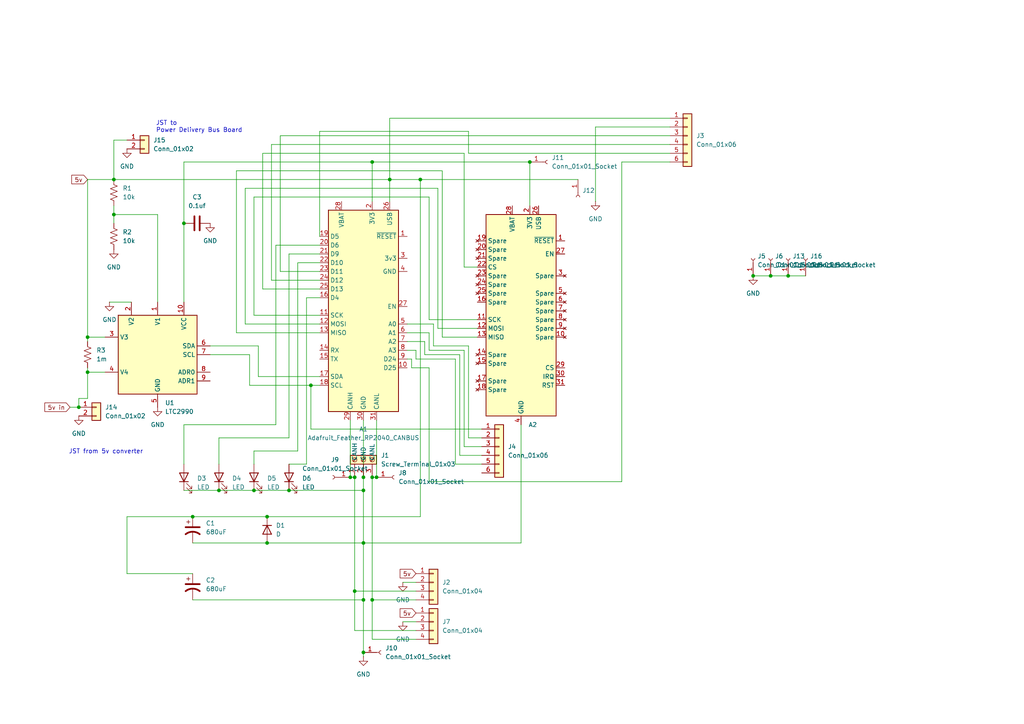
<source format=kicad_sch>
(kicad_sch (version 20250114) (generator "eeschema") (generator_version "9.0")
  (paper "A4")
  (title_block (title "PaC Board") (date "2025-03-28") (rev "v1.0") (company "Norco College Rocketry"))
  (lib_symbols
    (symbol "Adafruit Custom:Adafruit_Feather_RP2040_CANBUS"
      (property "Reference" "A" (at -10.16 29.21 0))
      (property "Value" "Adafruit_Feather_RP2040_CANBUS" (at 10.922 -32.258 0))
      (symbol "Adafruit_Feather_RP2040_CANBUS_0_1"
        (rectangle (start -10.16 27.94) (end 10.16 -30.48) (stroke (width 0.254)) (fill (type background)))
      )
      (symbol "Adafruit_Feather_RP2040_CANBUS_1_1"
        (pin bidirectional line (at -12.7 20.32 0) (length 2.54) (name "D5") (number "19"))
        (pin bidirectional line (at -12.7 17.78 0) (length 2.54) (name "D6") (number "20"))
        (pin bidirectional line (at -12.7 15.24 0) (length 2.54) (name "D9") (number "21"))
        (pin bidirectional line (at -12.7 12.7 0) (length 2.54) (name "D10") (number "22"))
        (pin bidirectional line (at -12.7 10.16 0) (length 2.54) (name "D11") (number "23"))
        (pin bidirectional line (at -12.7 7.62 0) (length 2.54) (name "D12") (number "24"))
        (pin bidirectional line (at -12.7 5.08 0) (length 2.54) (name "D13") (number "25"))
        (pin bidirectional line (at -12.7 2.54 0) (length 2.54) (name "D4") (number "16"))
        (pin bidirectional line (at -12.7 -2.54 0) (length 2.54) (name "SCK") (number "11"))
        (pin bidirectional line (at -12.7 -5.08 0) (length 2.54) (name "MOSI") (number "12"))
        (pin bidirectional line (at -12.7 -7.62 0) (length 2.54) (name "MISO") (number "13"))
        (pin bidirectional line (at -12.7 -12.7 0) (length 2.54) (name "RX") (number "14"))
        (pin bidirectional line (at -12.7 -15.24 0) (length 2.54) (name "TX") (number "15"))
        (pin bidirectional line (at -12.7 -20.32 0) (length 2.54) (name "SDA") (number "17"))
        (pin bidirectional line (at -12.7 -22.86 0) (length 2.54) (name "SCL") (number "18"))
        (pin power_in line (at -6.35 30.48 270) (length 2.54) (name "VBAT") (number "28"))
        (pin bidirectional line (at -3.81 -33.02 90) (length 2.54) (name "CANH") (number "29"))
        (pin power_in line (at 0 -33.02 90) (length 2.54) (name "GND") (number "30"))
        (pin power_in line (at 2.54 30.48 270) (length 2.54) (name "3V3") (number "2"))
        (pin bidirectional line (at 3.81 -33.02 90) (length 2.54) (name "CANL") (number "31"))
        (pin power_in line (at 7.62 30.48 270) (length 2.54) (name "USB") (number "26"))
        (pin input line (at 12.7 20.32 180) (length 2.54) (name "~{RESET}") (number "1"))
        (pin power_in line (at 12.7 13.97 180) (length 2.54) (name "3v3") (number "3"))
        (pin power_in line (at 12.7 10.16 180) (length 2.54) (name "GND") (number "4"))
        (pin input line (at 12.7 0 180) (length 2.54) (name "EN") (number "27"))
        (pin bidirectional line (at 12.7 -5.08 180) (length 2.54) (name "A0") (number "5"))
        (pin bidirectional line (at 12.7 -7.62 180) (length 2.54) (name "A1") (number "6"))
        (pin bidirectional line (at 12.7 -10.16 180) (length 2.54) (name "A2") (number "7"))
        (pin bidirectional line (at 12.7 -12.7 180) (length 2.54) (name "A3") (number "8"))
        (pin bidirectional line (at 12.7 -15.24 180) (length 2.54) (name "D24") (number "9"))
        (pin bidirectional line (at 12.7 -17.78 180) (length 2.54) (name "D25") (number "10"))
      )
    )
    (symbol "Adafruit Custom:Adafruit_Featherwing_Ethernet"
      (property "Reference" "A" (at -10.16 29.21 0))
      (property "Value" "Adafruit_Featherwing_Ethernet" (at 2.54 -31.75 0))
      (symbol "Adafruit_Featherwing_Ethernet_0_1"
        (rectangle (start -10.16 27.94) (end 10.16 -30.48) (stroke (width 0.254)) (fill (type background)))
      )
      (symbol "Adafruit_Featherwing_Ethernet_1_1"
        (pin no_connect line (at -12.7 20.32 0) (length 2.54) (name "Spare") (number "19"))
        (pin no_connect line (at -12.7 17.78 0) (length 2.54) (name "Spare") (number "20"))
        (pin no_connect line (at -12.7 15.24 0) (length 2.54) (name "Spare") (number "21"))
        (pin bidirectional line (at -12.7 12.7 0) (length 2.54) (name "CS") (number "22"))
        (pin no_connect line (at -12.7 10.16 0) (length 2.54) (name "Spare") (number "23"))
        (pin no_connect line (at -12.7 7.62 0) (length 2.54) (name "Spare") (number "24"))
        (pin no_connect line (at -12.7 5.08 0) (length 2.54) (name "Spare") (number "25"))
        (pin bidirectional line (at -12.7 2.54 0) (length 2.54) (name "Spare") (number "16"))
        (pin bidirectional line (at -12.7 -2.54 0) (length 2.54) (name "SCK") (number "11"))
        (pin bidirectional line (at -12.7 -5.08 0) (length 2.54) (name "MOSI") (number "12"))
        (pin bidirectional line (at -12.7 -7.62 0) (length 2.54) (name "MISO") (number "13"))
        (pin no_connect line (at -12.7 -12.7 0) (length 2.54) (name "Spare") (number "14"))
        (pin no_connect line (at -12.7 -15.24 0) (length 2.54) (name "Spare") (number "15"))
        (pin no_connect line (at -12.7 -20.32 0) (length 2.54) (name "Spare") (number "17"))
        (pin no_connect line (at -12.7 -22.86 0) (length 2.54) (name "Spare") (number "18"))
        (pin power_in line (at -2.54 30.48 270) (length 2.54) (name "VBAT") (number "28"))
        (pin power_in line (at 0 -33.02 90) (length 2.54) (name "GND") (number "4"))
        (pin power_in line (at 2.54 30.48 270) (length 2.54) (name "3V3") (number "2"))
        (pin power_in line (at 5.08 30.48 270) (length 2.54) (name "USB") (number "26"))
        (pin input line (at 12.7 20.32 180) (length 2.54) (name "~{RESET}") (number "1"))
        (pin input line (at 12.7 16.51 180) (length 2.54) (name "EN") (number "27"))
        (pin no_connect line (at 12.7 10.16 180) (length 2.54) (name "Spare") (number "3"))
        (pin no_connect line (at 12.7 5.08 180) (length 2.54) (name "Spare") (number "5"))
        (pin no_connect line (at 12.7 2.54 180) (length 2.54) (name "Spare") (number "6"))
        (pin no_connect line (at 12.7 0 180) (length 2.54) (name "Spare") (number "7"))
        (pin no_connect line (at 12.7 -2.54 180) (length 2.54) (name "Spare") (number "8"))
        (pin no_connect line (at 12.7 -5.08 180) (length 2.54) (name "Spare") (number "9"))
        (pin no_connect line (at 12.7 -7.62 180) (length 2.54) (name "Spare") (number "10"))
        (pin bidirectional line (at 12.7 -16.51 180) (length 2.54) (name "CS") (number "29"))
        (pin bidirectional line (at 12.7 -19.05 180) (length 2.54) (name "IRQ") (number "30"))
        (pin bidirectional line (at 12.7 -21.59 180) (length 2.54) (name "RST") (number "31"))
      )
    )
    (symbol "Connector:Conn_01x01_Socket" (pin_names (offset 1.016) (hide yes))
      (property "Reference" "J" (at 0 2.54 0))
      (property "Value" "Conn_01x01_Socket" (at 0 -2.54 0))
      (symbol "Conn_01x01_Socket_1_1"
        (polyline (pts (xy -1.27 0) (xy -0.508 0)) (stroke (width 0.1524)))
        (arc (start 0 -0.508) (mid -0.5058 0) (end 0 0.508) (stroke (width 0.1524)))
        (pin passive line (at -5.08 0 0) (length 3.81) (name "Pin_1") (number "1"))
      )
    )
    (symbol "Connector:Screw_Terminal_01x03" (pin_names (offset 1.016))
      (property "Reference" "J1" (at 1.2701 -5.08 90))
      (property "Value" "Screw_Terminal_01x03" (at -1.2699 -5.08 90))
      (symbol "Screw_Terminal_01x03_1_1"
        (rectangle (start -1.27 3.81) (end 1.27 -3.81) (stroke (width 0.254)) (fill (type background)))
        (polyline (pts (xy -0.5334 2.8702) (xy 0.3302 2.032)) (stroke (width 0.1524)))
        (polyline (pts (xy -0.5334 0.3302) (xy 0.3302 -0.508)) (stroke (width 0.1524)))
        (polyline (pts (xy -0.5334 -2.2098) (xy 0.3302 -3.048)) (stroke (width 0.1524)))
        (polyline (pts (xy -0.3556 3.048) (xy 0.508 2.2098)) (stroke (width 0.1524)))
        (polyline (pts (xy -0.3556 0.508) (xy 0.508 -0.3302)) (stroke (width 0.1524)))
        (polyline (pts (xy -0.3556 -2.032) (xy 0.508 -2.8702)) (stroke (width 0.1524)))
        (circle (center 0 2.54) (radius 0.635) (stroke (width 0.1524)))
        (circle (center 0 0) (radius 0.635) (stroke (width 0.1524)))
        (circle (center 0 -2.54) (radius 0.635) (stroke (width 0.1524)))
        (pin passive line (at -5.08 2.54 0) (length 3.81) (name "CANH") (number "1"))
        (pin passive line (at -5.08 0 0) (length 3.81) (name "GND") (number "2"))
        (pin passive line (at -5.08 -2.54 0) (length 3.81) (name "CANL") (number "3"))
      )
    )
    (symbol "Connector_Generic:Conn_01x02" (pin_names (offset 1.016) (hide yes))
      (property "Reference" "J" (at 0 2.54 0))
      (property "Value" "Conn_01x02" (at 0 -5.08 0))
      (symbol "Conn_01x02_1_1"
        (rectangle (start -1.27 1.27) (end 1.27 -3.81) (stroke (width 0.254)) (fill (type background)))
        (rectangle (start -1.27 0.127) (end 0 -0.127) (stroke (width 0.1524)))
        (rectangle (start -1.27 -2.413) (end 0 -2.667) (stroke (width 0.1524)))
        (pin passive line (at -5.08 0 0) (length 3.81) (name "Pin_1") (number "1"))
        (pin passive line (at -5.08 -2.54 0) (length 3.81) (name "Pin_2") (number "2"))
      )
    )
    (symbol "Connector_Generic:Conn_01x04" (pin_names (offset 1.016) (hide yes))
      (property "Reference" "J" (at 0 5.08 0))
      (property "Value" "Conn_01x04" (at 0 -7.62 0))
      (symbol "Conn_01x04_1_1"
        (rectangle (start -1.27 3.81) (end 1.27 -6.35) (stroke (width 0.254)) (fill (type background)))
        (rectangle (start -1.27 2.667) (end 0 2.413) (stroke (width 0.1524)))
        (rectangle (start -1.27 0.127) (end 0 -0.127) (stroke (width 0.1524)))
        (rectangle (start -1.27 -2.413) (end 0 -2.667) (stroke (width 0.1524)))
        (rectangle (start -1.27 -4.953) (end 0 -5.207) (stroke (width 0.1524)))
        (pin passive line (at -5.08 2.54 0) (length 3.81) (name "Pin_1") (number "1"))
        (pin passive line (at -5.08 0 0) (length 3.81) (name "Pin_2") (number "2"))
        (pin passive line (at -5.08 -2.54 0) (length 3.81) (name "Pin_3") (number "3"))
        (pin passive line (at -5.08 -5.08 0) (length 3.81) (name "Pin_4") (number "4"))
      )
    )
    (symbol "Connector_Generic:Conn_01x06" (pin_names (offset 1.016) (hide yes))
      (property "Reference" "J" (at 0 7.62 0))
      (property "Value" "Conn_01x06" (at 0 -10.16 0))
      (symbol "Conn_01x06_1_1"
        (rectangle (start -1.27 6.35) (end 1.27 -8.89) (stroke (width 0.254)) (fill (type background)))
        (rectangle (start -1.27 5.207) (end 0 4.953) (stroke (width 0.1524)))
        (rectangle (start -1.27 2.667) (end 0 2.413) (stroke (width 0.1524)))
        (rectangle (start -1.27 0.127) (end 0 -0.127) (stroke (width 0.1524)))
        (rectangle (start -1.27 -2.413) (end 0 -2.667) (stroke (width 0.1524)))
        (rectangle (start -1.27 -4.953) (end 0 -5.207) (stroke (width 0.1524)))
        (rectangle (start -1.27 -7.493) (end 0 -7.747) (stroke (width 0.1524)))
        (pin passive line (at -5.08 5.08 0) (length 3.81) (name "Pin_1") (number "1"))
        (pin passive line (at -5.08 2.54 0) (length 3.81) (name "Pin_2") (number "2"))
        (pin passive line (at -5.08 0 0) (length 3.81) (name "Pin_3") (number "3"))
        (pin passive line (at -5.08 -2.54 0) (length 3.81) (name "Pin_4") (number "4"))
        (pin passive line (at -5.08 -5.08 0) (length 3.81) (name "Pin_5") (number "5"))
        (pin passive line (at -5.08 -7.62 0) (length 3.81) (name "Pin_6") (number "6"))
      )
    )
    (symbol "Device:C" (pin_numbers (hide yes)) (pin_names (offset 0.254))
      (property "Reference" "C" (at 0.635 2.54 0))
      (property "Value" "C" (at 0.635 -2.54 0))
      (symbol "C_0_1"
        (polyline (pts (xy -2.032 0.762) (xy 2.032 0.762)) (stroke (width 0.508)))
        (polyline (pts (xy -2.032 -0.762) (xy 2.032 -0.762)) (stroke (width 0.508)))
      )
      (symbol "C_1_1"
        (pin passive line (at 0 3.81 270) (length 2.794) (name "~") (number "1"))
        (pin passive line (at 0 -3.81 90) (length 2.794) (name "~") (number "2"))
      )
    )
    (symbol "Device:C_Polarized_US" (pin_numbers (hide yes)) (pin_names (offset 0.254) (hide yes))
      (property "Reference" "C" (at 0.635 2.54 0))
      (property "Value" "C_Polarized_US" (at 0.635 -2.54 0))
      (symbol "C_Polarized_US_0_1"
        (polyline (pts (xy -2.032 0.762) (xy 2.032 0.762)) (stroke (width 0.508)))
        (polyline (pts (xy -1.778 2.286) (xy -0.762 2.286)))
        (polyline (pts (xy -1.27 1.778) (xy -1.27 2.794)))
        (arc (start -2.032 -1.27) (mid 0 -0.5572) (end 2.032 -1.27) (stroke (width 0.508)))
      )
      (symbol "C_Polarized_US_1_1"
        (pin passive line (at 0 3.81 270) (length 2.794) (name "~") (number "1"))
        (pin passive line (at 0 -3.81 90) (length 3.302) (name "~") (number "2"))
      )
    )
    (symbol "Device:D" (pin_numbers (hide yes)) (pin_names (offset 1.016) (hide yes))
      (property "Reference" "D" (at 0 2.54 0))
      (property "Value" "D" (at 0 -2.54 0))
      (symbol "D_0_1"
        (polyline (pts (xy -1.27 1.27) (xy -1.27 -1.27)) (stroke (width 0.254)))
        (polyline (pts (xy 1.27 1.27) (xy 1.27 -1.27) (xy -1.27 0) (xy 1.27 1.27)) (stroke (width 0.254)))
        (polyline (pts (xy 1.27 0) (xy -1.27 0)))
      )
      (symbol "D_1_1"
        (pin passive line (at -3.81 0 0) (length 2.54) (name "K") (number "1"))
        (pin passive line (at 3.81 0 180) (length 2.54) (name "A") (number "2"))
      )
    )
    (symbol "Device:LED" (pin_numbers (hide yes)) (pin_names (offset 1.016) (hide yes))
      (property "Reference" "D" (at 0 2.54 0))
      (property "Value" "LED" (at 0 -2.54 0))
      (symbol "LED_0_1"
        (polyline (pts (xy -3.048 -0.762) (xy -4.572 -2.286) (xy -3.81 -2.286) (xy -4.572 -2.286) (xy -4.572 -1.524)))
        (polyline (pts (xy -1.778 -0.762) (xy -3.302 -2.286) (xy -2.54 -2.286) (xy -3.302 -2.286) (xy -3.302 -1.524)))
        (polyline (pts (xy -1.27 0) (xy 1.27 0)))
        (polyline (pts (xy -1.27 -1.27) (xy -1.27 1.27)) (stroke (width 0.254)))
        (polyline (pts (xy 1.27 -1.27) (xy 1.27 1.27) (xy -1.27 0) (xy 1.27 -1.27)) (stroke (width 0.254)))
      )
      (symbol "LED_1_1"
        (pin passive line (at -3.81 0 0) (length 2.54) (name "K") (number "1"))
        (pin passive line (at 3.81 0 180) (length 2.54) (name "A") (number "2"))
      )
    )
    (symbol "Device:R_US" (pin_numbers (hide yes)) (pin_names (offset 0))
      (property "Reference" "R" (at 2.54 0 90))
      (property "Value" "R_US" (at -2.54 0 90))
      (symbol "R_US_0_1"
        (polyline (pts (xy 0 2.286) (xy 0 2.54)))
        (polyline (pts (xy 0 2.286) (xy 1.016 1.905) (xy 0 1.524) (xy -1.016 1.143) (xy 0 0.762)))
        (polyline (pts (xy 0 0.762) (xy 1.016 0.381) (xy 0 0) (xy -1.016 -0.381) (xy 0 -0.762)))
        (polyline (pts (xy 0 -0.762) (xy 1.016 -1.143) (xy 0 -1.524) (xy -1.016 -1.905) (xy 0 -2.286)))
        (polyline (pts (xy 0 -2.286) (xy 0 -2.54)))
      )
      (symbol "R_US_1_1"
        (pin passive line (at 0 3.81 270) (length 1.27) (name "~") (number "1"))
        (pin passive line (at 0 -3.81 90) (length 1.27) (name "~") (number "2"))
      )
    )
    (symbol "Sensor:LTC2990"
      (property "Reference" "U" (at -15.24 12.7 0))
      (property "Value" "LTC2990" (at 3.81 -12.7 0))
      (symbol "LTC2990_0_1"
        (rectangle (start -11.43 11.43) (end 11.43 -11.43) (stroke (width 0.254)) (fill (type background)))
      )
      (symbol "LTC2990_1_1"
        (pin passive line (at -15.24 5.08 0) (length 3.81) (name "V3") (number "3"))
        (pin passive line (at -15.24 -5.08 0) (length 3.81) (name "V4") (number "4"))
        (pin passive line (at -7.62 15.24 270) (length 3.81) (name "V2") (number "2"))
        (pin passive line (at 0 15.24 270) (length 3.81) (name "V1") (number "1"))
        (pin power_in line (at 0 -15.24 90) (length 3.81) (name "GND") (number "5"))
        (pin power_in line (at 7.62 15.24 270) (length 3.81) (name "VCC") (number "10"))
        (pin bidirectional line (at 15.24 2.54 180) (length 3.81) (name "SDA") (number "6"))
        (pin input line (at 15.24 0 180) (length 3.81) (name "SCL") (number "7"))
        (pin input line (at 15.24 -5.08 180) (length 3.81) (name "ADR0") (number "8"))
        (pin input line (at 15.24 -7.62 180) (length 3.81) (name "ADR1") (number "9"))
      )
    )
    (symbol "power:GND" (power) (pin_numbers (hide yes)) (pin_names (offset 0) (hide yes))
      (property "Value" "GND" (at 0 -3.81 0))
      (symbol "GND_0_1"
        (polyline (pts (xy 0 0) (xy 0 -1.27) (xy 1.27 -1.27) (xy 0 -2.54) (xy -1.27 -1.27) (xy 0 -1.27)))
      )
      (symbol "GND_1_1"
        (pin power_in line (at 0 0 270) (length 0) (name "~") (number "1"))
      )
    )
  )
  (text "JST to\nPower Delivery Bus Board" (at 45.212 36.83 0) (effects (font (size 1.27 1.27)) (justify left)))
  (text "JST from 5v converter" (at 30.734 131.064 0) (effects (font (size 1.27 1.27))))
  (junction (at 55.88 149.86))
  (junction (at 90.17 111.76))
  (junction (at 53.34 64.77))
  (junction (at 77.47 157.48))
  (junction (at 63.5 142.24))
  (junction (at 113.03 52.07))
  (junction (at 153.67 46.99))
  (junction (at 101.6 138.43))
  (junction (at 107.95 138.43))
  (junction (at 83.82 142.24))
  (junction (at 33.02 52.07))
  (junction (at 77.47 149.86))
  (junction (at 25.4 107.95))
  (junction (at 107.95 46.99))
  (junction (at 105.41 173.99))
  (junction (at 223.52 80.01))
  (junction (at 22.86 118.11))
  (junction (at 33.02 62.23))
  (junction (at 105.41 189.23))
  (junction (at 102.87 138.43))
  (junction (at 105.41 157.48))
  (junction (at 109.22 138.43))
  (junction (at 121.92 52.07))
  (junction (at 107.95 173.99))
  (junction (at 25.4 97.79))
  (junction (at 102.87 171.45))
  (junction (at 105.41 142.24))
  (junction (at 218.44 80.01))
  (junction (at 228.6 80.01))
  (junction (at 73.66 142.24))
  (junction (at 105.41 138.43))
  (wire (pts (xy 77.47 149.86) (xy 121.92 149.86)))
  (wire (pts (xy 153.67 46.99) (xy 153.67 59.69)))
  (wire (pts (xy 151.13 157.48) (xy 105.41 157.48)))
  (wire (pts (xy 77.47 157.48) (xy 105.41 157.48)))
  (wire (pts (xy 107.95 138.43) (xy 107.95 173.99)))
  (wire (pts (xy 33.02 40.64) (xy 36.83 40.64)))
  (wire (pts (xy 90.17 124.46) (xy 139.7 124.46)))
  (wire (pts (xy 31.75 87.63) (xy 38.1 87.63)))
  (wire (pts (xy 123.19 102.87) (xy 133.35 102.87)))
  (wire (pts (xy 124.46 101.6) (xy 134.62 101.6)))
  (wire (pts (xy 102.87 182.88) (xy 120.65 182.88)))
  (wire (pts (xy 25.4 52.07) (xy 33.02 52.07)))
  (wire (pts (xy 132.08 104.14) (xy 132.08 134.62)))
  (wire (pts (xy 118.11 93.98) (xy 125.73 93.98)))
  (wire (pts (xy 118.11 101.6) (xy 120.65 101.6)))
  (wire (pts (xy 90.17 111.76) (xy 92.71 111.76)))
  (wire (pts (xy 33.02 62.23) (xy 45.72 62.23)))
  (wire (pts (xy 78.74 41.91) (xy 194.31 41.91)))
  (wire (pts (xy 92.71 86.36) (xy 88.9 86.36)))
  (wire (pts (xy 121.92 52.07) (xy 121.92 149.86)))
  (wire (pts (xy 76.2 83.82) (xy 76.2 44.45)))
  (wire (pts (xy 113.03 52.07) (xy 113.03 58.42)))
  (wire (pts (xy 102.87 171.45) (xy 120.65 171.45)))
  (wire (pts (xy 53.34 46.99) (xy 53.34 64.77)))
  (wire (pts (xy 72.39 102.87) (xy 72.39 111.76)))
  (wire (pts (xy 92.71 93.98) (xy 71.12 93.98)))
  (wire (pts (xy 63.5 127) (xy 63.5 134.62)))
  (wire (pts (xy 76.2 44.45) (xy 134.62 44.45)))
  (wire (pts (xy 105.41 173.99) (xy 105.41 189.23)))
  (wire (pts (xy 194.31 46.99) (xy 180.34 46.99)))
  (wire (pts (xy 25.4 52.07) (xy 25.4 97.79)))
  (wire (pts (xy 107.95 46.99) (xy 107.95 58.42)))
  (wire (pts (xy 121.92 52.07) (xy 167.64 52.07)))
  (wire (pts (xy 127 54.61) (xy 127 95.25)))
  (wire (pts (xy 60.96 102.87) (xy 72.39 102.87)))
  (wire (pts (xy 125.73 100.33) (xy 135.89 100.33)))
  (wire (pts (xy 194.31 36.83) (xy 172.72 36.83)))
  (wire (pts (xy 194.31 44.45) (xy 135.89 44.45)))
  (wire (pts (xy 22.86 115.57) (xy 22.86 118.11)))
  (wire (pts (xy 109.22 121.92) (xy 109.22 138.43)))
  (wire (pts (xy 120.65 104.14) (xy 132.08 104.14)))
  (wire (pts (xy 33.02 62.23) (xy 33.02 64.77)))
  (wire (pts (xy 120.65 101.6) (xy 120.65 104.14)))
  (wire (pts (xy 134.62 44.45) (xy 134.62 77.47)))
  (wire (pts (xy 86.36 130.81) (xy 73.66 130.81)))
  (wire (pts (xy 132.08 134.62) (xy 139.7 134.62)))
  (wire (pts (xy 223.52 80.01) (xy 228.6 80.01)))
  (wire (pts (xy 125.73 93.98) (xy 125.73 100.33)))
  (wire (pts (xy 135.89 44.45) (xy 135.89 38.1)))
  (wire (pts (xy 55.88 149.86) (xy 77.47 149.86)))
  (wire (pts (xy 78.74 81.28) (xy 78.74 41.91)))
  (wire (pts (xy 107.95 173.99) (xy 107.95 185.42)))
  (wire (pts (xy 116.84 168.91) (xy 120.65 168.91)))
  (wire (pts (xy 88.9 86.36) (xy 88.9 134.62)))
  (wire (pts (xy 74.93 109.22) (xy 92.71 109.22)))
  (wire (pts (xy 22.86 115.57) (xy 25.4 115.57)))
  (wire (pts (xy 123.19 99.06) (xy 123.19 102.87)))
  (wire (pts (xy 33.02 52.07) (xy 113.03 52.07)))
  (wire (pts (xy 124.46 96.52) (xy 124.46 101.6)))
  (wire (pts (xy 133.35 132.08) (xy 139.7 132.08)))
  (wire (pts (xy 127 95.25) (xy 138.43 95.25)))
  (wire (pts (xy 92.71 71.12) (xy 80.01 71.12)))
  (wire (pts (xy 25.4 97.79) (xy 30.48 97.79)))
  (wire (pts (xy 92.71 73.66) (xy 83.82 73.66)))
  (wire (pts (xy 124.46 106.68) (xy 119.38 106.68)))
  (wire (pts (xy 73.66 91.44) (xy 73.66 57.15)))
  (wire (pts (xy 113.03 34.29) (xy 113.03 52.07)))
  (wire (pts (xy 135.89 38.1) (xy 92.71 38.1)))
  (wire (pts (xy 218.44 80.01) (xy 223.52 80.01)))
  (wire (pts (xy 74.93 100.33) (xy 74.93 109.22)))
  (wire (pts (xy 53.34 142.24) (xy 63.5 142.24)))
  (wire (pts (xy 124.46 92.71) (xy 138.43 92.71)))
  (wire (pts (xy 25.4 115.57) (xy 25.4 107.95)))
  (wire (pts (xy 83.82 142.24) (xy 105.41 142.24)))
  (wire (pts (xy 194.31 34.29) (xy 113.03 34.29)))
  (wire (pts (xy 102.87 171.45) (xy 102.87 182.88)))
  (wire (pts (xy 80.01 71.12) (xy 80.01 123.19)))
  (wire (pts (xy 25.4 97.79) (xy 25.4 99.06)))
  (wire (pts (xy 118.11 96.52) (xy 124.46 96.52)))
  (wire (pts (xy 81.28 39.37) (xy 194.31 39.37)))
  (wire (pts (xy 53.34 123.19) (xy 53.34 134.62)))
  (wire (pts (xy 92.71 81.28) (xy 78.74 81.28)))
  (wire (pts (xy 60.96 100.33) (xy 74.93 100.33)))
  (wire (pts (xy 80.01 123.19) (xy 53.34 123.19)))
  (wire (pts (xy 88.9 134.62) (xy 83.82 134.62)))
  (wire (pts (xy 180.34 46.99) (xy 180.34 139.7)))
  (wire (pts (xy 25.4 107.95) (xy 30.48 107.95)))
  (wire (pts (xy 172.72 36.83) (xy 172.72 58.42)))
  (wire (pts (xy 102.87 138.43) (xy 102.87 171.45)))
  (wire (pts (xy 124.46 139.7) (xy 124.46 106.68)))
  (wire (pts (xy 33.02 59.69) (xy 33.02 62.23)))
  (wire (pts (xy 113.03 52.07) (xy 121.92 52.07)))
  (wire (pts (xy 92.71 83.82) (xy 76.2 83.82)))
  (wire (pts (xy 105.41 157.48) (xy 105.41 173.99)))
  (wire (pts (xy 118.11 99.06) (xy 123.19 99.06)))
  (wire (pts (xy 36.83 149.86) (xy 55.88 149.86)))
  (wire (pts (xy 135.89 127) (xy 139.7 127)))
  (wire (pts (xy 73.66 57.15) (xy 124.46 57.15)))
  (wire (pts (xy 25.4 106.68) (xy 25.4 107.95)))
  (wire (pts (xy 83.82 127) (xy 63.5 127)))
  (wire (pts (xy 101.6 121.92) (xy 101.6 138.43)))
  (wire (pts (xy 105.41 121.92) (xy 105.41 138.43)))
  (wire (pts (xy 134.62 101.6) (xy 134.62 129.54)))
  (wire (pts (xy 151.13 123.19) (xy 151.13 157.48)))
  (wire (pts (xy 134.62 129.54) (xy 139.7 129.54)))
  (wire (pts (xy 33.02 52.07) (xy 33.02 40.64)))
  (wire (pts (xy 105.41 189.23) (xy 105.41 190.5)))
  (wire (pts (xy 83.82 73.66) (xy 83.82 127)))
  (wire (pts (xy 81.28 78.74) (xy 81.28 39.37)))
  (wire (pts (xy 71.12 93.98) (xy 71.12 54.61)))
  (wire (pts (xy 68.58 96.52) (xy 68.58 49.53)))
  (wire (pts (xy 55.88 173.99) (xy 105.41 173.99)))
  (wire (pts (xy 20.32 118.11) (xy 22.86 118.11)))
  (wire (pts (xy 36.83 166.37) (xy 55.88 166.37)))
  (wire (pts (xy 92.71 38.1) (xy 92.71 68.58)))
  (wire (pts (xy 228.6 80.01) (xy 233.68 80.01)))
  (wire (pts (xy 107.95 185.42) (xy 120.65 185.42)))
  (wire (pts (xy 92.71 96.52) (xy 68.58 96.52)))
  (wire (pts (xy 101.6 138.43) (xy 102.87 138.43)))
  (wire (pts (xy 55.88 157.48) (xy 77.47 157.48)))
  (wire (pts (xy 71.12 54.61) (xy 127 54.61)))
  (wire (pts (xy 109.22 138.43) (xy 107.95 138.43)))
  (wire (pts (xy 86.36 76.2) (xy 86.36 130.81)))
  (wire (pts (xy 92.71 78.74) (xy 81.28 78.74)))
  (wire (pts (xy 134.62 77.47) (xy 138.43 77.47)))
  (wire (pts (xy 105.41 142.24) (xy 105.41 157.48)))
  (wire (pts (xy 128.27 49.53) (xy 128.27 97.79)))
  (wire (pts (xy 63.5 142.24) (xy 73.66 142.24)))
  (wire (pts (xy 107.95 173.99) (xy 120.65 173.99)))
  (wire (pts (xy 119.38 104.14) (xy 118.11 104.14)))
  (wire (pts (xy 107.95 46.99) (xy 153.67 46.99)))
  (wire (pts (xy 92.71 91.44) (xy 73.66 91.44)))
  (wire (pts (xy 73.66 142.24) (xy 83.82 142.24)))
  (wire (pts (xy 105.41 138.43) (xy 105.41 142.24)))
  (wire (pts (xy 53.34 64.77) (xy 53.34 87.63)))
  (wire (pts (xy 133.35 102.87) (xy 133.35 132.08)))
  (wire (pts (xy 53.34 46.99) (xy 107.95 46.99)))
  (wire (pts (xy 135.89 100.33) (xy 135.89 127)))
  (wire (pts (xy 72.39 111.76) (xy 90.17 111.76)))
  (wire (pts (xy 36.83 149.86) (xy 36.83 166.37)))
  (wire (pts (xy 90.17 111.76) (xy 90.17 124.46)))
  (wire (pts (xy 180.34 139.7) (xy 124.46 139.7)))
  (wire (pts (xy 116.84 180.34) (xy 120.65 180.34)))
  (wire (pts (xy 68.58 49.53) (xy 128.27 49.53)))
  (wire (pts (xy 119.38 106.68) (xy 119.38 104.14)))
  (wire (pts (xy 73.66 130.81) (xy 73.66 134.62)))
  (wire (pts (xy 124.46 57.15) (xy 124.46 92.71)))
  (wire (pts (xy 92.71 76.2) (xy 86.36 76.2)))
  (wire (pts (xy 45.72 62.23) (xy 45.72 87.63)))
  (wire (pts (xy 128.27 97.79) (xy 138.43 97.79)))
  (global_label "5v in" (shape input) (at 20.32 118.11 180) (property "Intersheetrefs" "${INTERSHEET_REFS}" (effects (hide yes))))
  (global_label "5v" (shape input) (at 120.65 166.37 180) (property "Intersheetrefs" "${INTERSHEET_REFS}" (effects (hide yes))))
  (global_label "5v" (shape input) (at 25.4 52.07 180) (property "Intersheetrefs" "${INTERSHEET_REFS}" (effects (hide yes))))
  (global_label "5v" (shape input) (at 120.65 177.8 180) (property "Intersheetrefs" "${INTERSHEET_REFS}" (effects (hide yes))))
  (symbol (lib_id "power:GND") (at 116.84 180.34 0) (unit 1)
    (property "Reference" "#PWR010" (effects (hide yes)))
    (property "Value" "GND" (at 116.84 185.42 0))
    (property "Description" "Power symbol creates a global label with name \"GND\" , ground" (effects (hide yes)))
  )
  (symbol (lib_id "Connector:Conn_01x01_Socket") (at 218.44 74.93 90) (unit 1)
    (property "Reference" "J5" (at 219.71 74.2949 90) (effects (justify right)))
    (property "Value" "Conn_01x01_Socket" (at 219.71 76.8349 90) (effects (justify right)))
    (property "Footprint" "=Custom Holes:M3 Plated Screwhole" (effects (hide yes)))
    (property "Description" "Generic connector, single row, 01x01, script generated" (effects (hide yes)))
  )
  (symbol (lib_id "power:GND") (at 116.84 168.91 0) (unit 1)
    (property "Reference" "#PWR011" (effects (hide yes)))
    (property "Value" "GND" (at 116.84 173.99 0))
    (property "Description" "Power symbol creates a global label with name \"GND\" , ground" (effects (hide yes)))
  )
  (symbol (lib_id "Device:LED") (at 63.5 138.43 90) (unit 1)
    (property "Reference" "D4" (at 67.31 138.7474 90) (effects (justify right)))
    (property "Value" "LED" (at 67.31 141.2874 90) (effects (justify right)))
    (property "Footprint" "LED_THT:LED_D1.8mm_W3.3mm_H2.4mm" (effects (hide yes)))
    (property "Description" "Light emitting diode" (effects (hide yes)))
    (property "Sim.Pins" "1=K 2=A" (effects (hide yes)))
  )
  (symbol (lib_id "Device:LED") (at 53.34 138.43 90) (unit 1)
    (property "Reference" "D3" (at 57.15 138.7474 90) (effects (justify right)))
    (property "Value" "LED" (at 57.15 141.2874 90) (effects (justify right)))
    (property "Footprint" "LED_THT:LED_D1.8mm_W3.3mm_H2.4mm" (effects (hide yes)))
    (property "Description" "Light emitting diode" (effects (hide yes)))
    (property "Sim.Pins" "1=K 2=A" (effects (hide yes)))
  )
  (symbol (lib_id "power:GND") (at 36.83 43.18 0) (unit 1)
    (property "Reference" "#PWR08" (effects (hide yes)))
    (property "Value" "GND" (at 36.83 48.26 0))
    (property "Description" "Power symbol creates a global label with name \"GND\" , ground" (effects (hide yes)))
  )
  (symbol (lib_id "Device:R_US") (at 25.4 102.87 0) (unit 1)
    (property "Reference" "R3" (at 27.94 101.5999 0) (effects (justify left)))
    (property "Value" "1m" (at 27.94 104.1399 0) (effects (justify left)))
    (property "Footprint" "=Current Sense Resistors:RESC10052X50N" (effects (hide yes)))
    (property "Description" "Resistor, US symbol" (effects (hide yes)))
  )
  (symbol (lib_id "power:GND") (at 33.02 72.39 0) (unit 1)
    (property "Reference" "#PWR05" (effects (hide yes)))
    (property "Value" "GND" (at 33.02 77.47 0))
    (property "Description" "Power symbol creates a global label with name \"GND\" , ground" (effects (hide yes)))
  )
  (symbol (lib_id "Device:R_US") (at 33.02 68.58 0) (unit 1)
    (property "Reference" "R2" (at 35.56 67.3099 0) (effects (justify left)))
    (property "Value" "10k" (at 35.56 69.8499 0) (effects (justify left)))
    (property "Footprint" "Resistor_THT:R_Axial_DIN0207_L6.3mm_D2.5mm_P10.16mm_Horizontal" (effects (hide yes)))
    (property "Description" "Resistor, US symbol" (effects (hide yes)))
  )
  (symbol (lib_id "power:GND") (at 45.72 118.11 0) (unit 1)
    (property "Reference" "#PWR03" (effects (hide yes)))
    (property "Value" "GND" (at 45.72 123.19 0))
    (property "Description" "Power symbol creates a global label with name \"GND\" , ground" (effects (hide yes)))
  )
  (symbol (lib_id "Sensor:LTC2990") (at 45.72 102.87 0) (unit 1)
    (property "Reference" "U1" (at 47.8633 116.84 0) (effects (justify left)))
    (property "Value" "LTC2990" (at 47.8633 119.38 0) (effects (justify left)))
    (property "Footprint" "Package_SO:MSOP-10_3x3mm_P0.5mm" (effects (hide yes)))
    (property "Datasheet" "https://www.analog.com/media/en/technical-documentation/data-sheets/ltc2990.pdf" (effects (hide yes)))
    (property "Description" "Temperature Voltage and Current Monitor, I2C Interface, MSOP-10" (effects (hide yes)))
  )
  (symbol (lib_id "Adafruit Custom:Adafruit_Featherwing_Ethernet") (at 151.13 90.17 0) (unit 1)
    (property "Reference" "A2" (at 153.2733 123.19 0) (effects (justify left)))
    (property "Value" "Adafruit_Featherwing_Ethernet" (effects (hide yes)))
    (property "Footprint" "Module:Adafruit_Feather" (effects (hide yes)))
    (property "Datasheet" "https://cdn-learn.adafruit.com/downloads/pdf/adafruit-feather.pdf" (effects (hide yes)))
  )
  (symbol (lib_id "Connector:Screw_Terminal_01x03") (at 105.41 133.35 90) (unit 1)
    (property "Reference" "J1" (at 110.49 132.0799 90) (effects (justify right)))
    (property "Value" "Screw_Terminal_01x03" (at 110.49 134.6199 90) (effects (justify right)))
    (property "Footprint" "TerminalBlock:TerminalBlock_Xinya_XY308-2.54-3P_1x03_P2.54mm_Horizontal" (effects (hide yes)))
    (property "Description" "Generic screw terminal, single row, 01x03, script generated (kicad-library-utils/schlib/autogen/connector/)" (effects (hide yes)))
  )
  (symbol (lib_id "power:GND") (at 22.86 120.65 0) (unit 1)
    (property "Reference" "#PWR09" (effects (hide yes)))
    (property "Value" "GND" (at 22.86 125.73 0))
    (property "Description" "Power symbol creates a global label with name \"GND\" , ground" (effects (hide yes)))
  )
  (symbol (lib_id "Connector:Conn_01x01_Socket") (at 114.3 138.43 0) (unit 1)
    (property "Reference" "J8" (at 115.57 137.1599 0) (effects (justify left)))
    (property "Value" "Conn_01x01_Socket" (at 115.57 139.6999 0) (effects (justify left)))
    (property "Footprint" "Footprint Fetish:OD_2 ID_1 Circ THT Wire Solder Point" (effects (hide yes)))
    (property "Description" "Generic connector, single row, 01x01, script generated" (effects (hide yes)))
  )
  (symbol (lib_id "Device:LED") (at 83.82 138.43 90) (unit 1)
    (property "Reference" "D6" (at 87.63 138.7474 90) (effects (justify right)))
    (property "Value" "LED" (at 87.63 141.2874 90) (effects (justify right)))
    (property "Footprint" "LED_THT:LED_D1.8mm_W3.3mm_H2.4mm" (effects (hide yes)))
    (property "Description" "Light emitting diode" (effects (hide yes)))
    (property "Sim.Pins" "1=K 2=A" (effects (hide yes)))
  )
  (symbol (lib_id "power:GND") (at 31.75 87.63 0) (unit 1)
    (property "Reference" "#PWR07" (effects (hide yes)))
    (property "Value" "GND" (at 31.75 92.71 0))
    (property "Description" "Power symbol creates a global label with name \"GND\" , ground" (effects (hide yes)))
  )
  (symbol (lib_id "Adafruit Custom:Adafruit_Feather_RP2040_CANBUS") (at 105.41 88.9 0) (unit 1)
    (property "Reference" "A1" (at 105.41 124.46 0))
    (property "Value" "Adafruit_Feather_RP2040_CANBUS" (at 105.41 127 0))
    (property "Footprint" "Module:Adafruit_Feather" (effects (hide yes)))
    (property "Datasheet" "https://cdn-learn.adafruit.com/downloads/pdf/adafruit-feather.pdf" (effects (hide yes)))
  )
  (symbol (lib_id "Device:LED") (at 73.66 138.43 90) (unit 1)
    (property "Reference" "D5" (at 77.47 138.7474 90) (effects (justify right)))
    (property "Value" "LED" (at 77.47 141.2874 90) (effects (justify right)))
    (property "Footprint" "LED_THT:LED_D1.8mm_W3.3mm_H2.4mm" (effects (hide yes)))
    (property "Description" "Light emitting diode" (effects (hide yes)))
    (property "Sim.Pins" "1=K 2=A" (effects (hide yes)))
  )
  (symbol (lib_id "Connector_Generic:Conn_01x06") (at 144.78 129.54 0) (unit 1)
    (property "Reference" "J4" (at 147.32 129.5399 0) (effects (justify left)))
    (property "Value" "Conn_01x06" (at 147.32 132.0799 0) (effects (justify left)))
    (property "Footprint" "Connector_Molex:Molex_Micro-Fit_3.0_43650-0619_1x06_P3.00mm_Vertical" (effects (hide yes)))
    (property "Description" "Generic connector, single row, 01x06, script generated (kicad-library-utils/schlib/autogen/connector/)" (effects (hide yes)))
  )
  (symbol (lib_id "Connector:Conn_01x01_Socket") (at 167.64 57.15 270) (unit 1)
    (property "Reference" "J12" (at 168.91 55.2449 90) (effects (justify left)))
    (property "Value" "Conn_01x01_Socket" (effects (hide yes)))
    (property "Footprint" "Footprint Fetish:OD_2 ID_1 Circ THT Wire Solder Point" (effects (hide yes)))
    (property "Description" "Generic connector, single row, 01x01, script generated" (effects (hide yes)))
  )
  (symbol (lib_id "Connector_Generic:Conn_01x06") (at 199.39 39.37 0) (unit 1)
    (property "Reference" "J3" (at 201.93 39.3699 0) (effects (justify left)))
    (property "Value" "Conn_01x06" (at 201.93 41.9099 0) (effects (justify left)))
    (property "Footprint" "Connector_Molex:Molex_Micro-Fit_3.0_43650-0619_1x06_P3.00mm_Vertical" (effects (hide yes)))
    (property "Description" "Generic connector, single row, 01x06, script generated (kicad-library-utils/schlib/autogen/connector/)" (effects (hide yes)))
  )
  (symbol (lib_id "Connector:Conn_01x01_Socket") (at 110.49 189.23 0) (unit 1)
    (property "Reference" "J10" (at 111.76 187.9599 0) (effects (justify left)))
    (property "Value" "Conn_01x01_Socket" (at 111.76 190.4999 0) (effects (justify left)))
    (property "Footprint" "Footprint Fetish:OD_2 ID_1 Circ THT Wire Solder Point" (effects (hide yes)))
    (property "Description" "Generic connector, single row, 01x01, script generated" (effects (hide yes)))
  )
  (symbol (lib_id "Connector_Generic:Conn_01x02") (at 27.94 118.11 0) (unit 1)
    (property "Reference" "J14" (at 30.48 118.1099 0) (effects (justify left)))
    (property "Value" "Conn_01x02" (at 30.48 120.6499 0) (effects (justify left)))
    (property "Footprint" "Connector_PinHeader_2.54mm:PinHeader_1x02_P2.54mm_Vertical" (effects (hide yes)))
    (property "Description" "Generic connector, single row, 01x02, script generated (kicad-library-utils/schlib/autogen/connector/)" (effects (hide yes)))
  )
  (symbol (lib_id "power:GND") (at 218.44 80.01 0) (unit 1)
    (property "Reference" "#PWR01" (effects (hide yes)))
    (property "Value" "GND" (at 218.44 85.09 0))
    (property "Description" "Power symbol creates a global label with name \"GND\" , ground" (effects (hide yes)))
  )
  (symbol (lib_id "Connector_Generic:Conn_01x02") (at 41.91 40.64 0) (unit 1)
    (property "Reference" "J15" (at 44.45 40.6399 0) (effects (justify left)))
    (property "Value" "Conn_01x02" (at 44.45 43.1799 0) (effects (justify left)))
    (property "Footprint" "Connector_PinHeader_2.54mm:PinHeader_1x02_P2.54mm_Vertical" (effects (hide yes)))
    (property "Description" "Generic connector, single row, 01x02, script generated (kicad-library-utils/schlib/autogen/connector/)" (effects (hide yes)))
  )
  (symbol (lib_id "Device:R_US") (at 33.02 55.88 0) (unit 1)
    (property "Reference" "R1" (at 35.56 54.6099 0) (effects (justify left)))
    (property "Value" "10k" (at 35.56 57.1499 0) (effects (justify left)))
    (property "Footprint" "Resistor_THT:R_Axial_DIN0207_L6.3mm_D2.5mm_P10.16mm_Horizontal" (effects (hide yes)))
    (property "Description" "Resistor, US symbol" (effects (hide yes)))
  )
  (symbol (lib_id "Connector:Conn_01x01_Socket") (at 228.6 74.93 90) (unit 1)
    (property "Reference" "J13" (at 229.87 74.2949 90) (effects (justify right)))
    (property "Value" "Conn_01x01_Socket" (at 229.87 76.8349 90) (effects (justify right)))
    (property "Footprint" "=Custom Holes:M3 Plated Screwhole" (effects (hide yes)))
    (property "Description" "Generic connector, single row, 01x01, script generated" (effects (hide yes)))
  )
  (symbol (lib_id "power:GND") (at 172.72 58.42 0) (unit 1)
    (property "Reference" "#PWR06" (effects (hide yes)))
    (property "Value" "GND" (at 172.72 63.5 0))
    (property "Description" "Power symbol creates a global label with name \"GND\" , ground" (effects (hide yes)))
  )
  (symbol (lib_id "Device:C_Polarized_US") (at 55.88 153.67 0) (unit 1)
    (property "Reference" "C1" (at 59.69 151.7649 0) (effects (justify left)))
    (property "Value" "680uF" (at 59.69 154.3049 0) (effects (justify left)))
    (property "Footprint" "Capacitor_THT:CP_Radial_D8.0mm_P3.80mm" (effects (hide yes)))
    (property "Description" "Polarized capacitor, US symbol" (effects (hide yes)))
  )
  (symbol (lib_id "Connector:Conn_01x01_Socket") (at 96.52 138.43 180) (unit 1)
    (property "Reference" "J9" (at 97.155 133.35 0))
    (property "Value" "Conn_01x01_Socket" (at 97.155 135.89 0))
    (property "Footprint" "Footprint Fetish:OD_2 ID_1 Circ THT Wire Solder Point" (effects (hide yes)))
    (property "Description" "Generic connector, single row, 01x01, script generated" (effects (hide yes)))
  )
  (symbol (lib_id "Connector_Generic:Conn_01x04") (at 125.73 168.91 0) (unit 1)
    (property "Reference" "J2" (at 128.27 168.9099 0) (effects (justify left)))
    (property "Value" "Conn_01x04" (at 128.27 171.4499 0) (effects (justify left)))
    (property "Footprint" "Connector_Molex:Molex_Micro-Fit_3.0_43045-0412_2x02_P3.00mm_Vertical" (effects (hide yes)))
    (property "Description" "Generic connector, single row, 01x04, script generated (kicad-library-utils/schlib/autogen/connector/)" (effects (hide yes)))
  )
  (symbol (lib_id "Connector:Conn_01x01_Socket") (at 158.75 46.99 0) (unit 1)
    (property "Reference" "J11" (at 160.02 45.7199 0) (effects (justify left)))
    (property "Value" "Conn_01x01_Socket" (at 160.02 48.2599 0) (effects (justify left)))
    (property "Footprint" "Footprint Fetish:OD_2 ID_1 Circ THT Wire Solder Point" (effects (hide yes)))
    (property "Description" "Generic connector, single row, 01x01, script generated" (effects (hide yes)))
  )
  (symbol (lib_id "Device:C") (at 57.15 64.77 90) (unit 1)
    (property "Reference" "C3" (at 57.15 57.15 90))
    (property "Value" "0.1uf" (at 57.15 59.69 90))
    (property "Footprint" "Capacitor_SMD:C_1210_3225Metric_Pad1.33x2.70mm_HandSolder" (effects (hide yes)))
    (property "Description" "Unpolarized capacitor" (effects (hide yes)))
  )
  (symbol (lib_id "Device:C_Polarized_US") (at 55.88 170.18 0) (unit 1)
    (property "Reference" "C2" (at 59.69 168.2749 0) (effects (justify left)))
    (property "Value" "680uF" (at 59.69 170.8149 0) (effects (justify left)))
    (property "Footprint" "Capacitor_THT:CP_Radial_D8.0mm_P3.80mm" (effects (hide yes)))
    (property "Description" "Polarized capacitor, US symbol" (effects (hide yes)))
  )
  (symbol (lib_id "power:GND") (at 60.96 64.77 0) (unit 1)
    (property "Reference" "#PWR04" (effects (hide yes)))
    (property "Value" "GND" (at 60.96 69.85 0))
    (property "Description" "Power symbol creates a global label with name \"GND\" , ground" (effects (hide yes)))
  )
  (symbol (lib_id "Connector:Conn_01x01_Socket") (at 233.68 74.93 90) (unit 1)
    (property "Reference" "J16" (at 234.95 74.2949 90) (effects (justify right)))
    (property "Value" "Conn_01x01_Socket" (at 234.95 76.8349 90) (effects (justify right)))
    (property "Footprint" "=Custom Holes:M3 Plated Screwhole" (effects (hide yes)))
    (property "Description" "Generic connector, single row, 01x01, script generated" (effects (hide yes)))
  )
  (symbol (lib_id "Connector_Generic:Conn_01x04") (at 125.73 180.34 0) (unit 1)
    (property "Reference" "J7" (at 128.27 180.3399 0) (effects (justify left)))
    (property "Value" "Conn_01x04" (at 128.27 182.8799 0) (effects (justify left)))
    (property "Footprint" "Connector_Molex:Molex_Micro-Fit_3.0_43045-0412_2x02_P3.00mm_Vertical" (effects (hide yes)))
    (property "Description" "Generic connector, single row, 01x04, script generated (kicad-library-utils/schlib/autogen/connector/)" (effects (hide yes)))
  )
  (symbol (lib_id "Connector:Conn_01x01_Socket") (at 223.52 74.93 90) (unit 1)
    (property "Reference" "J6" (at 224.79 74.2949 90) (effects (justify right)))
    (property "Value" "Conn_01x01_Socket" (at 224.79 76.8349 90) (effects (justify right)))
    (property "Footprint" "=Custom Holes:M3 Plated Screwhole" (effects (hide yes)))
    (property "Description" "Generic connector, single row, 01x01, script generated" (effects (hide yes)))
  )
  (symbol (lib_id "power:GND") (at 105.41 190.5 0) (unit 1)
    (property "Reference" "#PWR02" (effects (hide yes)))
    (property "Value" "GND" (at 105.41 195.58 0))
    (property "Description" "Power symbol creates a global label with name \"GND\" , ground" (effects (hide yes)))
  )
  (symbol (lib_id "Device:D") (at 77.47 153.67 270) (unit 1)
    (property "Reference" "D1" (at 80.01 152.3999 90) (effects (justify left)))
    (property "Value" "D" (at 80.01 154.9399 90) (effects (justify left)))
    (property "Footprint" "Diode_THT:D_A-405_P7.62mm_Horizontal" (effects (hide yes)))
    (property "Description" "Diode" (effects (hide yes)))
    (property "Sim.Device" "D" (effects (hide yes)))
    (property "Sim.Pins" "1=K 2=A" (effects (hide yes)))
  )
)
</source>
